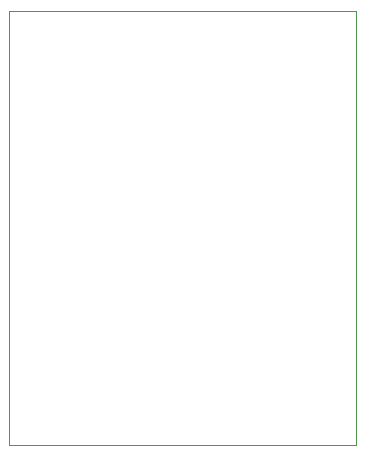
<source format=gbr>
G04 #@! TF.GenerationSoftware,KiCad,Pcbnew,5.1.5+dfsg1-2build2*
G04 #@! TF.CreationDate,2022-08-21T18:45:02-05:00*
G04 #@! TF.ProjectId,ms88sf2-breakout,6d733838-7366-4322-9d62-7265616b6f75,rev?*
G04 #@! TF.SameCoordinates,Original*
G04 #@! TF.FileFunction,Profile,NP*
%FSLAX46Y46*%
G04 Gerber Fmt 4.6, Leading zero omitted, Abs format (unit mm)*
G04 Created by KiCad (PCBNEW 5.1.5+dfsg1-2build2) date 2022-08-21 18:45:02*
%MOMM*%
%LPD*%
G04 APERTURE LIST*
%ADD10C,0.050000*%
G04 APERTURE END LIST*
D10*
X50000000Y-86760000D02*
X79400000Y-86760000D01*
X50000000Y-50000000D02*
X79400000Y-50000000D01*
X79400000Y-50000000D02*
X79400000Y-86760000D01*
X50000000Y-50000000D02*
X50000000Y-86760000D01*
M02*

</source>
